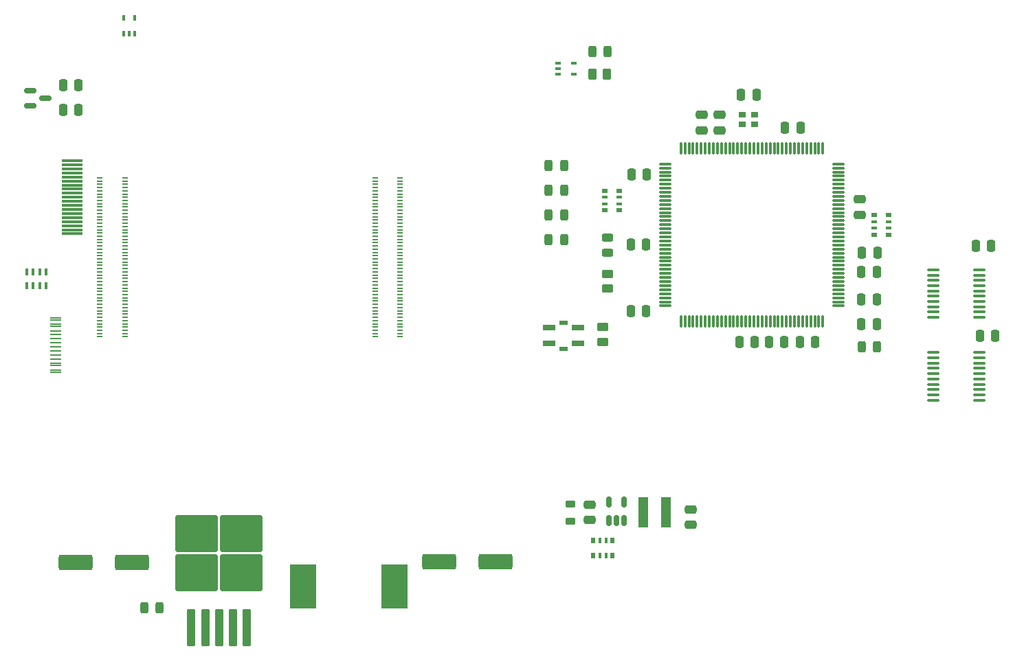
<source format=gbr>
%TF.GenerationSoftware,KiCad,Pcbnew,8.0.3*%
%TF.CreationDate,2024-09-20T13:19:38-05:00*%
%TF.ProjectId,Rick_LiteX-CNC,5269636b-5f4c-4697-9465-582d434e432e,rev?*%
%TF.SameCoordinates,Original*%
%TF.FileFunction,Paste,Top*%
%TF.FilePolarity,Positive*%
%FSLAX46Y46*%
G04 Gerber Fmt 4.6, Leading zero omitted, Abs format (unit mm)*
G04 Created by KiCad (PCBNEW 8.0.3) date 2024-09-20 13:19:38*
%MOMM*%
%LPD*%
G01*
G04 APERTURE LIST*
G04 Aperture macros list*
%AMRoundRect*
0 Rectangle with rounded corners*
0 $1 Rounding radius*
0 $2 $3 $4 $5 $6 $7 $8 $9 X,Y pos of 4 corners*
0 Add a 4 corners polygon primitive as box body*
4,1,4,$2,$3,$4,$5,$6,$7,$8,$9,$2,$3,0*
0 Add four circle primitives for the rounded corners*
1,1,$1+$1,$2,$3*
1,1,$1+$1,$4,$5*
1,1,$1+$1,$6,$7*
1,1,$1+$1,$8,$9*
0 Add four rect primitives between the rounded corners*
20,1,$1+$1,$2,$3,$4,$5,0*
20,1,$1+$1,$4,$5,$6,$7,0*
20,1,$1+$1,$6,$7,$8,$9,0*
20,1,$1+$1,$8,$9,$2,$3,0*%
G04 Aperture macros list end*
%ADD10RoundRect,0.100000X-0.637500X-0.100000X0.637500X-0.100000X0.637500X0.100000X-0.637500X0.100000X0*%
%ADD11RoundRect,0.250000X-0.250000X-0.475000X0.250000X-0.475000X0.250000X0.475000X-0.250000X0.475000X0*%
%ADD12RoundRect,0.150000X-0.587500X-0.150000X0.587500X-0.150000X0.587500X0.150000X-0.587500X0.150000X0*%
%ADD13RoundRect,0.243750X-0.243750X-0.456250X0.243750X-0.456250X0.243750X0.456250X-0.243750X0.456250X0*%
%ADD14R,0.700000X0.200000*%
%ADD15RoundRect,0.250000X0.475000X-0.250000X0.475000X0.250000X-0.475000X0.250000X-0.475000X-0.250000X0*%
%ADD16RoundRect,0.250000X-0.475000X0.250000X-0.475000X-0.250000X0.475000X-0.250000X0.475000X0.250000X0*%
%ADD17RoundRect,0.075000X-0.075000X0.662500X-0.075000X-0.662500X0.075000X-0.662500X0.075000X0.662500X0*%
%ADD18RoundRect,0.075000X-0.662500X0.075000X-0.662500X-0.075000X0.662500X-0.075000X0.662500X0.075000X0*%
%ADD19R,1.200000X3.700000*%
%ADD20RoundRect,0.250000X0.250000X0.475000X-0.250000X0.475000X-0.250000X-0.475000X0.250000X-0.475000X0*%
%ADD21RoundRect,0.243750X-0.456250X0.243750X-0.456250X-0.243750X0.456250X-0.243750X0.456250X0.243750X0*%
%ADD22RoundRect,0.250000X0.300000X-2.050000X0.300000X2.050000X-0.300000X2.050000X-0.300000X-2.050000X0*%
%ADD23RoundRect,0.250000X2.375000X-2.025000X2.375000X2.025000X-2.375000X2.025000X-2.375000X-2.025000X0*%
%ADD24RoundRect,0.100000X-0.225000X-0.100000X0.225000X-0.100000X0.225000X0.100000X-0.225000X0.100000X0*%
%ADD25RoundRect,0.100000X0.100000X-0.225000X0.100000X0.225000X-0.100000X0.225000X-0.100000X-0.225000X0*%
%ADD26R,0.800000X0.500000*%
%ADD27R,0.800000X0.400000*%
%ADD28R,1.400000X0.250000*%
%ADD29RoundRect,0.150000X0.150000X-0.512500X0.150000X0.512500X-0.150000X0.512500X-0.150000X-0.512500X0*%
%ADD30RoundRect,0.243750X0.243750X0.456250X-0.243750X0.456250X-0.243750X-0.456250X0.243750X-0.456250X0*%
%ADD31R,3.250000X5.500000*%
%ADD32RoundRect,0.250000X0.450000X-0.262500X0.450000X0.262500X-0.450000X0.262500X-0.450000X-0.262500X0*%
%ADD33R,2.600000X0.300000*%
%ADD34RoundRect,0.250000X0.262500X0.450000X-0.262500X0.450000X-0.262500X-0.450000X0.262500X-0.450000X0*%
%ADD35RoundRect,0.218750X0.381250X-0.218750X0.381250X0.218750X-0.381250X0.218750X-0.381250X-0.218750X0*%
%ADD36R,0.400000X0.900000*%
%ADD37R,1.000000X0.500000*%
%ADD38R,1.500000X0.800000*%
%ADD39R,0.500000X0.800000*%
%ADD40R,0.400000X0.800000*%
%ADD41RoundRect,0.250000X-1.825000X-0.700000X1.825000X-0.700000X1.825000X0.700000X-1.825000X0.700000X0*%
%ADD42R,0.900000X0.800000*%
G04 APERTURE END LIST*
D10*
%TO.C,U4*%
X195075000Y-94950000D03*
X195075000Y-95600000D03*
X195075000Y-96250000D03*
X195075000Y-96900000D03*
X195075000Y-97550000D03*
X195075000Y-98200000D03*
X195075000Y-98850000D03*
X195075000Y-99500000D03*
X195075000Y-100150000D03*
X195075000Y-100800000D03*
X200800000Y-100800000D03*
X200800000Y-100150000D03*
X200800000Y-99500000D03*
X200800000Y-98850000D03*
X200800000Y-98200000D03*
X200800000Y-97550000D03*
X200800000Y-96900000D03*
X200800000Y-96250000D03*
X200800000Y-95600000D03*
X200800000Y-94950000D03*
%TD*%
%TO.C,U3*%
X195087500Y-84750000D03*
X195087500Y-85400000D03*
X195087500Y-86050000D03*
X195087500Y-86700000D03*
X195087500Y-87350000D03*
X195087500Y-88000000D03*
X195087500Y-88650000D03*
X195087500Y-89300000D03*
X195087500Y-89950000D03*
X195087500Y-90600000D03*
X200812500Y-90600000D03*
X200812500Y-89950000D03*
X200812500Y-89300000D03*
X200812500Y-88650000D03*
X200812500Y-88000000D03*
X200812500Y-87350000D03*
X200812500Y-86700000D03*
X200812500Y-86050000D03*
X200812500Y-85400000D03*
X200812500Y-84750000D03*
%TD*%
D11*
%TO.C,C8*%
X200850000Y-92900000D03*
X202750000Y-92900000D03*
%TD*%
%TO.C,C6*%
X200350000Y-81800000D03*
X202250000Y-81800000D03*
%TD*%
%TO.C,C9*%
X186250000Y-91400000D03*
X188150000Y-91400000D03*
%TD*%
D12*
%TO.C,U1*%
X83862500Y-62650000D03*
X83862500Y-64550000D03*
X85737500Y-63600000D03*
%TD*%
D13*
%TO.C,D5*%
X147725000Y-71880000D03*
X149600000Y-71880000D03*
%TD*%
D14*
%TO.C,Module1*%
X129420000Y-93000000D03*
X126340000Y-93000000D03*
X129420000Y-92600000D03*
X126340000Y-92600000D03*
X129420000Y-92200000D03*
X126340000Y-92200000D03*
X129420000Y-91800000D03*
X126340000Y-91800000D03*
X129420000Y-91400000D03*
X126340000Y-91400000D03*
X129420000Y-91000000D03*
X126340000Y-91000000D03*
X129420000Y-90600000D03*
X126340000Y-90600000D03*
X129420000Y-90200000D03*
X126340000Y-90200000D03*
X129420000Y-89800000D03*
X126340000Y-89800000D03*
X129420000Y-89400000D03*
X126340000Y-89400000D03*
X129420000Y-89000000D03*
X126340000Y-89000000D03*
X129420000Y-88600000D03*
X126340000Y-88600000D03*
X129420000Y-88200000D03*
X126340000Y-88200000D03*
X129420000Y-87800000D03*
X126340000Y-87800000D03*
X129420000Y-87400000D03*
X126340000Y-87400000D03*
X129420000Y-87000000D03*
X126340000Y-87000000D03*
X129420000Y-86600000D03*
X126340000Y-86600000D03*
X129420000Y-86200000D03*
X126340000Y-86200000D03*
X129420000Y-85800000D03*
X126340000Y-85800000D03*
X129420000Y-85400000D03*
X126340000Y-85400000D03*
X129420000Y-85000000D03*
X126340000Y-85000000D03*
X129420000Y-84600000D03*
X126340000Y-84600000D03*
X129420000Y-84200000D03*
X126340000Y-84200000D03*
X129420000Y-83800000D03*
X126340000Y-83800000D03*
X129420000Y-83400000D03*
X126340000Y-83400000D03*
X129420000Y-83000000D03*
X126340000Y-83000000D03*
X129420000Y-82600000D03*
X126340000Y-82600000D03*
X129420000Y-82200000D03*
X126340000Y-82200000D03*
X129420000Y-81800000D03*
X126340000Y-81800000D03*
X129420000Y-81400000D03*
X126340000Y-81400000D03*
X129420000Y-81000000D03*
X126340000Y-81000000D03*
X129420000Y-80600000D03*
X126340000Y-80600000D03*
X129420000Y-80200000D03*
X126340000Y-80200000D03*
X129420000Y-79800000D03*
X126340000Y-79800000D03*
X129420000Y-79400000D03*
X126340000Y-79400000D03*
X129420000Y-79000000D03*
X126340000Y-79000000D03*
X129420000Y-78600000D03*
X126340000Y-78600000D03*
X129420000Y-78200000D03*
X126340000Y-78200000D03*
X129420000Y-77800000D03*
X126340000Y-77800000D03*
X129420000Y-77400000D03*
X126340000Y-77400000D03*
X129420000Y-77000000D03*
X126340000Y-77000000D03*
X129420000Y-76600000D03*
X126340000Y-76600000D03*
X129420000Y-76200000D03*
X126340000Y-76200000D03*
X129420000Y-75800000D03*
X126340000Y-75800000D03*
X129420000Y-75400000D03*
X126340000Y-75400000D03*
X129420000Y-75000000D03*
X126340000Y-75000000D03*
X129420000Y-74600000D03*
X126340000Y-74600000D03*
X129420000Y-74200000D03*
X126340000Y-74200000D03*
X129420000Y-73800000D03*
X126340000Y-73800000D03*
X129420000Y-73400000D03*
X126340000Y-73400000D03*
X95500000Y-93000000D03*
X92420000Y-93000000D03*
X95500000Y-92600000D03*
X92420000Y-92600000D03*
X95500000Y-92200000D03*
X92420000Y-92200000D03*
X95500000Y-91800000D03*
X92420000Y-91800000D03*
X95500000Y-91400000D03*
X92420000Y-91400000D03*
X95500000Y-91000000D03*
X92420000Y-91000000D03*
X95500000Y-90600000D03*
X92420000Y-90600000D03*
X95500000Y-90200000D03*
X92420000Y-90200000D03*
X95500000Y-89800000D03*
X92420000Y-89800000D03*
X95500000Y-89400000D03*
X92420000Y-89400000D03*
X95500000Y-89000000D03*
X92420000Y-89000000D03*
X95500000Y-88600000D03*
X92420000Y-88600000D03*
X95500000Y-88200000D03*
X92420000Y-88200000D03*
X95500000Y-87800000D03*
X92420000Y-87800000D03*
X95500000Y-87400000D03*
X92420000Y-87400000D03*
X95500000Y-87000000D03*
X92420000Y-87000000D03*
X95500000Y-86600000D03*
X92420000Y-86600000D03*
X95500000Y-86200000D03*
X92420000Y-86200000D03*
X95500000Y-85800000D03*
X92420000Y-85800000D03*
X95500000Y-85400000D03*
X92420000Y-85400000D03*
X95500000Y-85000000D03*
X92420000Y-85000000D03*
X95500000Y-84600000D03*
X92420000Y-84600000D03*
X95500000Y-84200000D03*
X92420000Y-84200000D03*
X95500000Y-83800000D03*
X92420000Y-83800000D03*
X95500000Y-83400000D03*
X92420000Y-83400000D03*
X95500000Y-83000000D03*
X92420000Y-83000000D03*
X95500000Y-82600000D03*
X92420000Y-82600000D03*
X95500000Y-82200000D03*
X92420000Y-82200000D03*
X95500000Y-81800000D03*
X92420000Y-81800000D03*
X95500000Y-81400000D03*
X92420000Y-81400000D03*
X95500000Y-81000000D03*
X92420000Y-81000000D03*
X95500000Y-80600000D03*
X92420000Y-80600000D03*
X95500000Y-80200000D03*
X92420000Y-80200000D03*
X95500000Y-79800000D03*
X92420000Y-79800000D03*
X95500000Y-79400000D03*
X92420000Y-79400000D03*
X95500000Y-79000000D03*
X92420000Y-79000000D03*
X95500000Y-78600000D03*
X92420000Y-78600000D03*
X95500000Y-78200000D03*
X92420000Y-78200000D03*
X95500000Y-77800000D03*
X92420000Y-77800000D03*
X95500000Y-77400000D03*
X92420000Y-77400000D03*
X95500000Y-77000000D03*
X92420000Y-77000000D03*
X95500000Y-76600000D03*
X92420000Y-76600000D03*
X95500000Y-76200000D03*
X92420000Y-76200000D03*
X95500000Y-75800000D03*
X92420000Y-75800000D03*
X95500000Y-75400000D03*
X92420000Y-75400000D03*
X95500000Y-75000000D03*
X92420000Y-75000000D03*
X95500000Y-74600000D03*
X92420000Y-74600000D03*
X95500000Y-74200000D03*
X92420000Y-74200000D03*
X95500000Y-73800000D03*
X92420000Y-73800000D03*
X95500000Y-73400000D03*
X92420000Y-73400000D03*
%TD*%
D15*
%TO.C,C25*%
X165200000Y-116200000D03*
X165200000Y-114300000D03*
%TD*%
D11*
%TO.C,C7*%
X157850000Y-89800000D03*
X159750000Y-89800000D03*
%TD*%
%TO.C,C18*%
X176850000Y-67200000D03*
X178750000Y-67200000D03*
%TD*%
%TO.C,C2*%
X87900000Y-65000000D03*
X89800000Y-65000000D03*
%TD*%
D16*
%TO.C,C13*%
X166600000Y-65650000D03*
X166600000Y-67550000D03*
%TD*%
D17*
%TO.C,U13*%
X181500000Y-69775000D03*
X181000000Y-69775000D03*
X180500000Y-69775000D03*
X180000000Y-69775000D03*
X179500000Y-69775000D03*
X179000000Y-69775000D03*
X178500000Y-69775000D03*
X178000000Y-69775000D03*
X177500000Y-69775000D03*
X177000000Y-69775000D03*
X176500000Y-69775000D03*
X176000000Y-69775000D03*
X175500000Y-69775000D03*
X175000000Y-69775000D03*
X174500000Y-69775000D03*
X174000000Y-69775000D03*
X173500000Y-69775000D03*
X173000000Y-69775000D03*
X172500000Y-69775000D03*
X172000000Y-69775000D03*
X171500000Y-69775000D03*
X171000000Y-69775000D03*
X170500000Y-69775000D03*
X170000000Y-69775000D03*
X169500000Y-69775000D03*
X169000000Y-69775000D03*
X168500000Y-69775000D03*
X168000000Y-69775000D03*
X167500000Y-69775000D03*
X167000000Y-69775000D03*
X166500000Y-69775000D03*
X166000000Y-69775000D03*
X165500000Y-69775000D03*
X165000000Y-69775000D03*
X164500000Y-69775000D03*
X164000000Y-69775000D03*
D18*
X162087500Y-71687500D03*
X162087500Y-72187500D03*
X162087500Y-72687500D03*
X162087500Y-73187500D03*
X162087500Y-73687500D03*
X162087500Y-74187500D03*
X162087500Y-74687500D03*
X162087500Y-75187500D03*
X162087500Y-75687500D03*
X162087500Y-76187500D03*
X162087500Y-76687500D03*
X162087500Y-77187500D03*
X162087500Y-77687500D03*
X162087500Y-78187500D03*
X162087500Y-78687500D03*
X162087500Y-79187500D03*
X162087500Y-79687500D03*
X162087500Y-80187500D03*
X162087500Y-80687500D03*
X162087500Y-81187500D03*
X162087500Y-81687500D03*
X162087500Y-82187500D03*
X162087500Y-82687500D03*
X162087500Y-83187500D03*
X162087500Y-83687500D03*
X162087500Y-84187500D03*
X162087500Y-84687500D03*
X162087500Y-85187500D03*
X162087500Y-85687500D03*
X162087500Y-86187500D03*
X162087500Y-86687500D03*
X162087500Y-87187500D03*
X162087500Y-87687500D03*
X162087500Y-88187500D03*
X162087500Y-88687500D03*
X162087500Y-89187500D03*
D17*
X164000000Y-91100000D03*
X164500000Y-91100000D03*
X165000000Y-91100000D03*
X165500000Y-91100000D03*
X166000000Y-91100000D03*
X166500000Y-91100000D03*
X167000000Y-91100000D03*
X167500000Y-91100000D03*
X168000000Y-91100000D03*
X168500000Y-91100000D03*
X169000000Y-91100000D03*
X169500000Y-91100000D03*
X170000000Y-91100000D03*
X170500000Y-91100000D03*
X171000000Y-91100000D03*
X171500000Y-91100000D03*
X172000000Y-91100000D03*
X172500000Y-91100000D03*
X173000000Y-91100000D03*
X173500000Y-91100000D03*
X174000000Y-91100000D03*
X174500000Y-91100000D03*
X175000000Y-91100000D03*
X175500000Y-91100000D03*
X176000000Y-91100000D03*
X176500000Y-91100000D03*
X177000000Y-91100000D03*
X177500000Y-91100000D03*
X178000000Y-91100000D03*
X178500000Y-91100000D03*
X179000000Y-91100000D03*
X179500000Y-91100000D03*
X180000000Y-91100000D03*
X180500000Y-91100000D03*
X181000000Y-91100000D03*
X181500000Y-91100000D03*
D18*
X183412500Y-89187500D03*
X183412500Y-88687500D03*
X183412500Y-88187500D03*
X183412500Y-87687500D03*
X183412500Y-87187500D03*
X183412500Y-86687500D03*
X183412500Y-86187500D03*
X183412500Y-85687500D03*
X183412500Y-85187500D03*
X183412500Y-84687500D03*
X183412500Y-84187500D03*
X183412500Y-83687500D03*
X183412500Y-83187500D03*
X183412500Y-82687500D03*
X183412500Y-82187500D03*
X183412500Y-81687500D03*
X183412500Y-81187500D03*
X183412500Y-80687500D03*
X183412500Y-80187500D03*
X183412500Y-79687500D03*
X183412500Y-79187500D03*
X183412500Y-78687500D03*
X183412500Y-78187500D03*
X183412500Y-77687500D03*
X183412500Y-77187500D03*
X183412500Y-76687500D03*
X183412500Y-76187500D03*
X183412500Y-75687500D03*
X183412500Y-75187500D03*
X183412500Y-74687500D03*
X183412500Y-74187500D03*
X183412500Y-73687500D03*
X183412500Y-73187500D03*
X183412500Y-72687500D03*
X183412500Y-72187500D03*
X183412500Y-71687500D03*
%TD*%
D19*
%TO.C,L1*%
X159400000Y-114650000D03*
X162200000Y-114650000D03*
%TD*%
D16*
%TO.C,C20*%
X168800000Y-65650000D03*
X168800000Y-67550000D03*
%TD*%
D20*
%TO.C,C16*%
X188200000Y-82600000D03*
X186300000Y-82600000D03*
%TD*%
D21*
%TO.C,D4*%
X155000000Y-80800000D03*
X155000000Y-82675000D03*
%TD*%
D22*
%TO.C,U2*%
X103700000Y-128850000D03*
X105400000Y-128850000D03*
X107100000Y-128850000D03*
D23*
X104325000Y-122125000D03*
X109875000Y-122125000D03*
X104325000Y-117275000D03*
X109875000Y-117275000D03*
D22*
X108800000Y-128850000D03*
X110500000Y-128850000D03*
%TD*%
D15*
%TO.C,C5*%
X152800000Y-115600000D03*
X152800000Y-113700000D03*
%TD*%
D13*
%TO.C,D7*%
X147725000Y-77960000D03*
X149600000Y-77960000D03*
%TD*%
D20*
%TO.C,C23*%
X188150000Y-88400000D03*
X186250000Y-88400000D03*
%TD*%
D24*
%TO.C,U7*%
X148900000Y-59300000D03*
X148900000Y-59950000D03*
X148900000Y-60600000D03*
X150800000Y-60600000D03*
X150800000Y-59300000D03*
%TD*%
D20*
%TO.C,C11*%
X173300000Y-63200000D03*
X171400000Y-63200000D03*
%TD*%
%TO.C,C17*%
X188150000Y-85000000D03*
X186250000Y-85000000D03*
%TD*%
%TO.C,C21*%
X176750000Y-93600000D03*
X174850000Y-93600000D03*
%TD*%
D25*
%TO.C,U6*%
X95400000Y-55600000D03*
X96050000Y-55600000D03*
X96700000Y-55600000D03*
X96700000Y-53700000D03*
X95400000Y-53700000D03*
%TD*%
D26*
%TO.C,RN3*%
X156400000Y-77400000D03*
D27*
X156400000Y-76600000D03*
X156400000Y-75800000D03*
D26*
X156400000Y-75000000D03*
X154600000Y-75000000D03*
D27*
X154600000Y-75800000D03*
X154600000Y-76600000D03*
D26*
X154600000Y-77400000D03*
%TD*%
D28*
%TO.C,J12*%
X86987500Y-90675000D03*
X86987500Y-91475000D03*
X86987500Y-92750000D03*
X86987500Y-93750000D03*
X86987500Y-94250000D03*
X86987500Y-92250000D03*
X86987500Y-96525000D03*
X86987500Y-97325000D03*
X86987500Y-97075000D03*
X86987500Y-96275000D03*
X86987500Y-95750000D03*
X86987500Y-94750000D03*
X86987500Y-93250000D03*
X86987500Y-95250000D03*
X86987500Y-91725000D03*
X86987500Y-90925000D03*
%TD*%
D26*
%TO.C,RN2*%
X189600000Y-80400000D03*
D27*
X189600000Y-79600000D03*
X189600000Y-78800000D03*
D26*
X189600000Y-78000000D03*
X187800000Y-78000000D03*
D27*
X187800000Y-78800000D03*
X187800000Y-79600000D03*
D26*
X187800000Y-80400000D03*
%TD*%
D11*
%TO.C,C10*%
X171200000Y-93600000D03*
X173100000Y-93600000D03*
%TD*%
D13*
%TO.C,D8*%
X147725000Y-81000000D03*
X149600000Y-81000000D03*
%TD*%
D29*
%TO.C,U8*%
X155100000Y-115650000D03*
X156050000Y-115650000D03*
X157000000Y-115650000D03*
X157000000Y-113375000D03*
X155100000Y-113375000D03*
%TD*%
D30*
%TO.C,D9*%
X99737500Y-126400000D03*
X97862500Y-126400000D03*
%TD*%
D11*
%TO.C,C14*%
X157850000Y-81600000D03*
X159750000Y-81600000D03*
%TD*%
D31*
%TO.C,L3*%
X117475000Y-123800000D03*
X128725000Y-123800000D03*
%TD*%
D32*
%TO.C,R14*%
X154400000Y-93600000D03*
X154400000Y-91775000D03*
%TD*%
D33*
%TO.C,J1*%
X89000000Y-80300000D03*
X89000000Y-79800000D03*
X89000000Y-79300000D03*
X89000000Y-78800000D03*
X89000000Y-78300000D03*
X89000000Y-77800000D03*
X89000000Y-77300000D03*
X89000000Y-76800000D03*
X89000000Y-76300000D03*
X89000000Y-75800000D03*
X89000000Y-75300000D03*
X89000000Y-74800000D03*
X89000000Y-74300000D03*
X89000000Y-73800000D03*
X89000000Y-73300000D03*
X89000000Y-72800000D03*
X89000000Y-72300000D03*
X89000000Y-71800000D03*
X89000000Y-71300000D03*
%TD*%
D32*
%TO.C,R11*%
X155000000Y-87050000D03*
X155000000Y-85225000D03*
%TD*%
D34*
%TO.C,R7*%
X154912500Y-60600000D03*
X153087500Y-60600000D03*
%TD*%
D11*
%TO.C,C22*%
X157900000Y-73000000D03*
X159800000Y-73000000D03*
%TD*%
D35*
%TO.C,FB1*%
X150400000Y-115712500D03*
X150400000Y-113587500D03*
%TD*%
D11*
%TO.C,C1*%
X87900000Y-61990000D03*
X89800000Y-61990000D03*
%TD*%
D36*
%TO.C,RN4*%
X83400000Y-86700000D03*
X84200000Y-86700000D03*
X85000000Y-86700000D03*
X85800000Y-86700000D03*
X85800000Y-85000000D03*
X85000000Y-85000000D03*
X84200000Y-85000000D03*
X83400000Y-85000000D03*
%TD*%
D20*
%TO.C,C15*%
X180550000Y-93600000D03*
X178650000Y-93600000D03*
%TD*%
D37*
%TO.C,SW1*%
X149557500Y-91250000D03*
X149557500Y-94450000D03*
D38*
X147807500Y-91850000D03*
X151307500Y-91850000D03*
X147807500Y-93850000D03*
X151307500Y-93850000D03*
%TD*%
D13*
%TO.C,D3*%
X186262500Y-94200000D03*
X188137500Y-94200000D03*
%TD*%
D39*
%TO.C,RN1*%
X153200000Y-119950000D03*
D40*
X154000000Y-119950000D03*
X154800000Y-119950000D03*
D39*
X155600000Y-119950000D03*
X155600000Y-118150000D03*
D40*
X154800000Y-118150000D03*
X154000000Y-118150000D03*
D39*
X153200000Y-118150000D03*
%TD*%
D16*
%TO.C,C12*%
X186000000Y-76050000D03*
X186000000Y-77950000D03*
%TD*%
D41*
%TO.C,C3*%
X89425000Y-120800000D03*
X96375000Y-120800000D03*
%TD*%
D13*
%TO.C,D6*%
X147725000Y-74920000D03*
X149600000Y-74920000D03*
%TD*%
D41*
%TO.C,C4*%
X134225000Y-120700000D03*
X141175000Y-120700000D03*
%TD*%
D42*
%TO.C,XTAL1*%
X173100002Y-65600000D03*
X171600000Y-65600000D03*
X171600000Y-66799998D03*
X173100002Y-66799998D03*
%TD*%
D30*
%TO.C,D2*%
X154957500Y-57800000D03*
X153082500Y-57800000D03*
%TD*%
M02*

</source>
